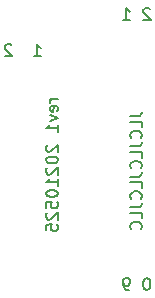
<source format=gbr>
%TF.GenerationSoftware,KiCad,Pcbnew,5.1.10*%
%TF.CreationDate,2021-05-25T21:26:01+02:00*%
%TF.ProjectId,leftside,6c656674-7369-4646-952e-6b696361645f,rev?*%
%TF.SameCoordinates,Original*%
%TF.FileFunction,Legend,Bot*%
%TF.FilePolarity,Positive*%
%FSLAX46Y46*%
G04 Gerber Fmt 4.6, Leading zero omitted, Abs format (unit mm)*
G04 Created by KiCad (PCBNEW 5.1.10) date 2021-05-25 21:26:01*
%MOMM*%
%LPD*%
G01*
G04 APERTURE LIST*
%ADD10C,0.150000*%
G04 APERTURE END LIST*
D10*
X130492380Y-43124380D02*
X131063809Y-43124380D01*
X130778095Y-43124380D02*
X130778095Y-42124380D01*
X130873333Y-42267238D01*
X130968571Y-42362476D01*
X131063809Y-42410095D01*
X128587619Y-42219619D02*
X128540000Y-42172000D01*
X128444761Y-42124380D01*
X128206666Y-42124380D01*
X128111428Y-42172000D01*
X128063809Y-42219619D01*
X128016190Y-42314857D01*
X128016190Y-42410095D01*
X128063809Y-42552952D01*
X128635238Y-43124380D01*
X128016190Y-43124380D01*
X140096761Y-61936380D02*
X140001523Y-61936380D01*
X139906285Y-61984000D01*
X139858666Y-62031619D01*
X139811047Y-62126857D01*
X139763428Y-62317333D01*
X139763428Y-62555428D01*
X139811047Y-62745904D01*
X139858666Y-62841142D01*
X139906285Y-62888761D01*
X140001523Y-62936380D01*
X140096761Y-62936380D01*
X140192000Y-62888761D01*
X140239619Y-62841142D01*
X140287238Y-62745904D01*
X140334857Y-62555428D01*
X140334857Y-62317333D01*
X140287238Y-62126857D01*
X140239619Y-62031619D01*
X140192000Y-61984000D01*
X140096761Y-61936380D01*
X138525333Y-62936380D02*
X138334857Y-62936380D01*
X138239619Y-62888761D01*
X138192000Y-62841142D01*
X138096761Y-62698285D01*
X138049142Y-62507809D01*
X138049142Y-62126857D01*
X138096761Y-62031619D01*
X138144380Y-61984000D01*
X138239619Y-61936380D01*
X138430095Y-61936380D01*
X138525333Y-61984000D01*
X138572952Y-62031619D01*
X138620571Y-62126857D01*
X138620571Y-62364952D01*
X138572952Y-62460190D01*
X138525333Y-62507809D01*
X138430095Y-62555428D01*
X138239619Y-62555428D01*
X138144380Y-62507809D01*
X138096761Y-62460190D01*
X138049142Y-62364952D01*
X138644380Y-48212952D02*
X139358666Y-48212952D01*
X139501523Y-48165333D01*
X139596761Y-48070095D01*
X139644380Y-47927238D01*
X139644380Y-47832000D01*
X139644380Y-49165333D02*
X139644380Y-48689142D01*
X138644380Y-48689142D01*
X139549142Y-50070095D02*
X139596761Y-50022476D01*
X139644380Y-49879619D01*
X139644380Y-49784380D01*
X139596761Y-49641523D01*
X139501523Y-49546285D01*
X139406285Y-49498666D01*
X139215809Y-49451047D01*
X139072952Y-49451047D01*
X138882476Y-49498666D01*
X138787238Y-49546285D01*
X138692000Y-49641523D01*
X138644380Y-49784380D01*
X138644380Y-49879619D01*
X138692000Y-50022476D01*
X138739619Y-50070095D01*
X138644380Y-50784380D02*
X139358666Y-50784380D01*
X139501523Y-50736761D01*
X139596761Y-50641523D01*
X139644380Y-50498666D01*
X139644380Y-50403428D01*
X139644380Y-51736761D02*
X139644380Y-51260571D01*
X138644380Y-51260571D01*
X139549142Y-52641523D02*
X139596761Y-52593904D01*
X139644380Y-52451047D01*
X139644380Y-52355809D01*
X139596761Y-52212952D01*
X139501523Y-52117714D01*
X139406285Y-52070095D01*
X139215809Y-52022476D01*
X139072952Y-52022476D01*
X138882476Y-52070095D01*
X138787238Y-52117714D01*
X138692000Y-52212952D01*
X138644380Y-52355809D01*
X138644380Y-52451047D01*
X138692000Y-52593904D01*
X138739619Y-52641523D01*
X138644380Y-53355809D02*
X139358666Y-53355809D01*
X139501523Y-53308190D01*
X139596761Y-53212952D01*
X139644380Y-53070095D01*
X139644380Y-52974857D01*
X139644380Y-54308190D02*
X139644380Y-53832000D01*
X138644380Y-53832000D01*
X139549142Y-55212952D02*
X139596761Y-55165333D01*
X139644380Y-55022476D01*
X139644380Y-54927238D01*
X139596761Y-54784380D01*
X139501523Y-54689142D01*
X139406285Y-54641523D01*
X139215809Y-54593904D01*
X139072952Y-54593904D01*
X138882476Y-54641523D01*
X138787238Y-54689142D01*
X138692000Y-54784380D01*
X138644380Y-54927238D01*
X138644380Y-55022476D01*
X138692000Y-55165333D01*
X138739619Y-55212952D01*
X138644380Y-55927238D02*
X139358666Y-55927238D01*
X139501523Y-55879619D01*
X139596761Y-55784380D01*
X139644380Y-55641523D01*
X139644380Y-55546285D01*
X139644380Y-56879619D02*
X139644380Y-56403428D01*
X138644380Y-56403428D01*
X139549142Y-57784380D02*
X139596761Y-57736761D01*
X139644380Y-57593904D01*
X139644380Y-57498666D01*
X139596761Y-57355809D01*
X139501523Y-57260571D01*
X139406285Y-57212952D01*
X139215809Y-57165333D01*
X139072952Y-57165333D01*
X138882476Y-57212952D01*
X138787238Y-57260571D01*
X138692000Y-57355809D01*
X138644380Y-57498666D01*
X138644380Y-57593904D01*
X138692000Y-57736761D01*
X138739619Y-57784380D01*
X140334857Y-39171619D02*
X140287238Y-39124000D01*
X140192000Y-39076380D01*
X139953904Y-39076380D01*
X139858666Y-39124000D01*
X139811047Y-39171619D01*
X139763428Y-39266857D01*
X139763428Y-39362095D01*
X139811047Y-39504952D01*
X140382476Y-40076380D01*
X139763428Y-40076380D01*
X138049142Y-40076380D02*
X138620571Y-40076380D01*
X138334857Y-40076380D02*
X138334857Y-39076380D01*
X138430095Y-39219238D01*
X138525333Y-39314476D01*
X138620571Y-39362095D01*
X132532380Y-46776380D02*
X131865714Y-46776380D01*
X132056190Y-46776380D02*
X131960952Y-46824000D01*
X131913333Y-46871619D01*
X131865714Y-46966857D01*
X131865714Y-47062095D01*
X132484761Y-47776380D02*
X132532380Y-47681142D01*
X132532380Y-47490666D01*
X132484761Y-47395428D01*
X132389523Y-47347809D01*
X132008571Y-47347809D01*
X131913333Y-47395428D01*
X131865714Y-47490666D01*
X131865714Y-47681142D01*
X131913333Y-47776380D01*
X132008571Y-47824000D01*
X132103809Y-47824000D01*
X132199047Y-47347809D01*
X131865714Y-48157333D02*
X132532380Y-48395428D01*
X131865714Y-48633523D01*
X132532380Y-49538285D02*
X132532380Y-48966857D01*
X132532380Y-49252571D02*
X131532380Y-49252571D01*
X131675238Y-49157333D01*
X131770476Y-49062095D01*
X131818095Y-48966857D01*
X131627619Y-50681142D02*
X131580000Y-50728761D01*
X131532380Y-50824000D01*
X131532380Y-51062095D01*
X131580000Y-51157333D01*
X131627619Y-51204952D01*
X131722857Y-51252571D01*
X131818095Y-51252571D01*
X131960952Y-51204952D01*
X132532380Y-50633523D01*
X132532380Y-51252571D01*
X131532380Y-51871619D02*
X131532380Y-51966857D01*
X131580000Y-52062095D01*
X131627619Y-52109714D01*
X131722857Y-52157333D01*
X131913333Y-52204952D01*
X132151428Y-52204952D01*
X132341904Y-52157333D01*
X132437142Y-52109714D01*
X132484761Y-52062095D01*
X132532380Y-51966857D01*
X132532380Y-51871619D01*
X132484761Y-51776380D01*
X132437142Y-51728761D01*
X132341904Y-51681142D01*
X132151428Y-51633523D01*
X131913333Y-51633523D01*
X131722857Y-51681142D01*
X131627619Y-51728761D01*
X131580000Y-51776380D01*
X131532380Y-51871619D01*
X131627619Y-52585904D02*
X131580000Y-52633523D01*
X131532380Y-52728761D01*
X131532380Y-52966857D01*
X131580000Y-53062095D01*
X131627619Y-53109714D01*
X131722857Y-53157333D01*
X131818095Y-53157333D01*
X131960952Y-53109714D01*
X132532380Y-52538285D01*
X132532380Y-53157333D01*
X132532380Y-54109714D02*
X132532380Y-53538285D01*
X132532380Y-53824000D02*
X131532380Y-53824000D01*
X131675238Y-53728761D01*
X131770476Y-53633523D01*
X131818095Y-53538285D01*
X131532380Y-54728761D02*
X131532380Y-54824000D01*
X131580000Y-54919238D01*
X131627619Y-54966857D01*
X131722857Y-55014476D01*
X131913333Y-55062095D01*
X132151428Y-55062095D01*
X132341904Y-55014476D01*
X132437142Y-54966857D01*
X132484761Y-54919238D01*
X132532380Y-54824000D01*
X132532380Y-54728761D01*
X132484761Y-54633523D01*
X132437142Y-54585904D01*
X132341904Y-54538285D01*
X132151428Y-54490666D01*
X131913333Y-54490666D01*
X131722857Y-54538285D01*
X131627619Y-54585904D01*
X131580000Y-54633523D01*
X131532380Y-54728761D01*
X131532380Y-55966857D02*
X131532380Y-55490666D01*
X132008571Y-55443047D01*
X131960952Y-55490666D01*
X131913333Y-55585904D01*
X131913333Y-55824000D01*
X131960952Y-55919238D01*
X132008571Y-55966857D01*
X132103809Y-56014476D01*
X132341904Y-56014476D01*
X132437142Y-55966857D01*
X132484761Y-55919238D01*
X132532380Y-55824000D01*
X132532380Y-55585904D01*
X132484761Y-55490666D01*
X132437142Y-55443047D01*
X131627619Y-56395428D02*
X131580000Y-56443047D01*
X131532380Y-56538285D01*
X131532380Y-56776380D01*
X131580000Y-56871619D01*
X131627619Y-56919238D01*
X131722857Y-56966857D01*
X131818095Y-56966857D01*
X131960952Y-56919238D01*
X132532380Y-56347809D01*
X132532380Y-56966857D01*
X131532380Y-57871619D02*
X131532380Y-57395428D01*
X132008571Y-57347809D01*
X131960952Y-57395428D01*
X131913333Y-57490666D01*
X131913333Y-57728761D01*
X131960952Y-57824000D01*
X132008571Y-57871619D01*
X132103809Y-57919238D01*
X132341904Y-57919238D01*
X132437142Y-57871619D01*
X132484761Y-57824000D01*
X132532380Y-57728761D01*
X132532380Y-57490666D01*
X132484761Y-57395428D01*
X132437142Y-57347809D01*
M02*

</source>
